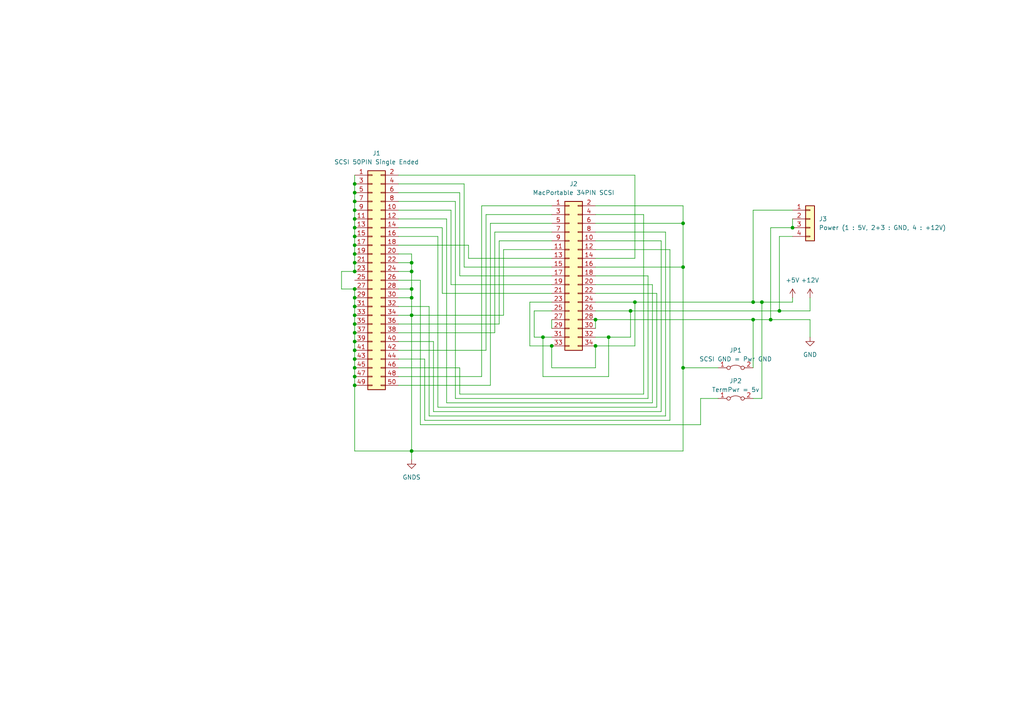
<source format=kicad_sch>
(kicad_sch (version 20230121) (generator eeschema)
  (paper "A4")
  (lib_symbols
    (symbol "Connector_Generic:Conn_01x04" (pin_names (offset 1.016) hide)
      (property "Reference" "J" (at 0 5.08 0))
      (property "Value" "Conn_01x04" (at 0 -7.62 0))
      (symbol "Conn_01x04_1_1"
        (rectangle (start -1.27 -4.953) (end 0 -5.207) (stroke (width 0.1524)))
        (rectangle (start -1.27 -2.413) (end 0 -2.667) (stroke (width 0.1524)))
        (rectangle (start -1.27 0.127) (end 0 -0.127) (stroke (width 0.1524)))
        (rectangle (start -1.27 2.667) (end 0 2.413) (stroke (width 0.1524)))
        (rectangle (start -1.27 3.81) (end 1.27 -6.35) (stroke (width 0.254)) (fill (type background)))
        (pin passive line (at -5.08 2.54 0) (length 3.81) (name "Pin_1") (number "1"))
        (pin passive line (at -5.08 0 0) (length 3.81) (name "Pin_2") (number "2"))
        (pin passive line (at -5.08 -2.54 0) (length 3.81) (name "Pin_3") (number "3"))
        (pin passive line (at -5.08 -5.08 0) (length 3.81) (name "Pin_4") (number "4"))
      )
    )
    (symbol "Connector_Generic:Conn_02x17_Odd_Even" (pin_names (offset 1.016) hide)
      (property "Reference" "J" (at 1.27 22.86 0))
      (property "Value" "Conn_02x17_Odd_Even" (at 1.27 -22.86 0))
      (symbol "Conn_02x17_Odd_Even_1_1"
        (rectangle (start -1.27 -20.193) (end 0 -20.447) (stroke (width 0.1524)))
        (rectangle (start -1.27 -17.653) (end 0 -17.907) (stroke (width 0.1524)))
        (rectangle (start -1.27 -15.113) (end 0 -15.367) (stroke (width 0.1524)))
        (rectangle (start -1.27 -12.573) (end 0 -12.827) (stroke (width 0.1524)))
        (rectangle (start -1.27 -10.033) (end 0 -10.287) (stroke (width 0.1524)))
        (rectangle (start -1.27 -7.493) (end 0 -7.747) (stroke (width 0.1524)))
        (rectangle (start -1.27 -4.953) (end 0 -5.207) (stroke (width 0.1524)))
        (rectangle (start -1.27 -2.413) (end 0 -2.667) (stroke (width 0.1524)))
        (rectangle (start -1.27 0.127) (end 0 -0.127) (stroke (width 0.1524)))
        (rectangle (start -1.27 2.667) (end 0 2.413) (stroke (width 0.1524)))
        (rectangle (start -1.27 5.207) (end 0 4.953) (stroke (width 0.1524)))
        (rectangle (start -1.27 7.747) (end 0 7.493) (stroke (width 0.1524)))
        (rectangle (start -1.27 10.287) (end 0 10.033) (stroke (width 0.1524)))
        (rectangle (start -1.27 12.827) (end 0 12.573) (stroke (width 0.1524)))
        (rectangle (start -1.27 15.367) (end 0 15.113) (stroke (width 0.1524)))
        (rectangle (start -1.27 17.907) (end 0 17.653) (stroke (width 0.1524)))
        (rectangle (start -1.27 20.447) (end 0 20.193) (stroke (width 0.1524)))
        (rectangle (start -1.27 21.59) (end 3.81 -21.59) (stroke (width 0.254)) (fill (type background)))
        (rectangle (start 3.81 -20.193) (end 2.54 -20.447) (stroke (width 0.1524)))
        (rectangle (start 3.81 -17.653) (end 2.54 -17.907) (stroke (width 0.1524)))
        (rectangle (start 3.81 -15.113) (end 2.54 -15.367) (stroke (width 0.1524)))
        (rectangle (start 3.81 -12.573) (end 2.54 -12.827) (stroke (width 0.1524)))
        (rectangle (start 3.81 -10.033) (end 2.54 -10.287) (stroke (width 0.1524)))
        (rectangle (start 3.81 -7.493) (end 2.54 -7.747) (stroke (width 0.1524)))
        (rectangle (start 3.81 -4.953) (end 2.54 -5.207) (stroke (width 0.1524)))
        (rectangle (start 3.81 -2.413) (end 2.54 -2.667) (stroke (width 0.1524)))
        (rectangle (start 3.81 0.127) (end 2.54 -0.127) (stroke (width 0.1524)))
        (rectangle (start 3.81 2.667) (end 2.54 2.413) (stroke (width 0.1524)))
        (rectangle (start 3.81 5.207) (end 2.54 4.953) (stroke (width 0.1524)))
        (rectangle (start 3.81 7.747) (end 2.54 7.493) (stroke (width 0.1524)))
        (rectangle (start 3.81 10.287) (end 2.54 10.033) (stroke (width 0.1524)))
        (rectangle (start 3.81 12.827) (end 2.54 12.573) (stroke (width 0.1524)))
        (rectangle (start 3.81 15.367) (end 2.54 15.113) (stroke (width 0.1524)))
        (rectangle (start 3.81 17.907) (end 2.54 17.653) (stroke (width 0.1524)))
        (rectangle (start 3.81 20.447) (end 2.54 20.193) (stroke (width 0.1524)))
        (pin passive line (at -5.08 20.32 0) (length 3.81) (name "Pin_1") (number "1"))
        (pin passive line (at 7.62 10.16 180) (length 3.81) (name "Pin_10") (number "10"))
        (pin passive line (at -5.08 7.62 0) (length 3.81) (name "Pin_11") (number "11"))
        (pin passive line (at 7.62 7.62 180) (length 3.81) (name "Pin_12") (number "12"))
        (pin passive line (at -5.08 5.08 0) (length 3.81) (name "Pin_13") (number "13"))
        (pin passive line (at 7.62 5.08 180) (length 3.81) (name "Pin_14") (number "14"))
        (pin passive line (at -5.08 2.54 0) (length 3.81) (name "Pin_15") (number "15"))
        (pin passive line (at 7.62 2.54 180) (length 3.81) (name "Pin_16") (number "16"))
        (pin passive line (at -5.08 0 0) (length 3.81) (name "Pin_17") (number "17"))
        (pin passive line (at 7.62 0 180) (length 3.81) (name "Pin_18") (number "18"))
        (pin passive line (at -5.08 -2.54 0) (length 3.81) (name "Pin_19") (number "19"))
        (pin passive line (at 7.62 20.32 180) (length 3.81) (name "Pin_2") (number "2"))
        (pin passive line (at 7.62 -2.54 180) (length 3.81) (name "Pin_20") (number "20"))
        (pin passive line (at -5.08 -5.08 0) (length 3.81) (name "Pin_21") (number "21"))
        (pin passive line (at 7.62 -5.08 180) (length 3.81) (name "Pin_22") (number "22"))
        (pin passive line (at -5.08 -7.62 0) (length 3.81) (name "Pin_23") (number "23"))
        (pin passive line (at 7.62 -7.62 180) (length 3.81) (name "Pin_24") (number "24"))
        (pin passive line (at -5.08 -10.16 0) (length 3.81) (name "Pin_25") (number "25"))
        (pin passive line (at 7.62 -10.16 180) (length 3.81) (name "Pin_26") (number "26"))
        (pin passive line (at -5.08 -12.7 0) (length 3.81) (name "Pin_27") (number "27"))
        (pin passive line (at 7.62 -12.7 180) (length 3.81) (name "Pin_28") (number "28"))
        (pin passive line (at -5.08 -15.24 0) (length 3.81) (name "Pin_29") (number "29"))
        (pin passive line (at -5.08 17.78 0) (length 3.81) (name "Pin_3") (number "3"))
        (pin passive line (at 7.62 -15.24 180) (length 3.81) (name "Pin_30") (number "30"))
        (pin passive line (at -5.08 -17.78 0) (length 3.81) (name "Pin_31") (number "31"))
        (pin passive line (at 7.62 -17.78 180) (length 3.81) (name "Pin_32") (number "32"))
        (pin passive line (at -5.08 -20.32 0) (length 3.81) (name "Pin_33") (number "33"))
        (pin passive line (at 7.62 -20.32 180) (length 3.81) (name "Pin_34") (number "34"))
        (pin passive line (at 7.62 17.78 180) (length 3.81) (name "Pin_4") (number "4"))
        (pin passive line (at -5.08 15.24 0) (length 3.81) (name "Pin_5") (number "5"))
        (pin passive line (at 7.62 15.24 180) (length 3.81) (name "Pin_6") (number "6"))
        (pin passive line (at -5.08 12.7 0) (length 3.81) (name "Pin_7") (number "7"))
        (pin passive line (at 7.62 12.7 180) (length 3.81) (name "Pin_8") (number "8"))
        (pin passive line (at -5.08 10.16 0) (length 3.81) (name "Pin_9") (number "9"))
      )
    )
    (symbol "Connector_Generic:Conn_02x25_Odd_Even" (pin_names (offset 1.016) hide)
      (property "Reference" "J" (at 1.27 33.02 0))
      (property "Value" "Conn_02x25_Odd_Even" (at 1.27 -33.02 0))
      (symbol "Conn_02x25_Odd_Even_1_1"
        (rectangle (start -1.27 -30.353) (end 0 -30.607) (stroke (width 0.1524)))
        (rectangle (start -1.27 -27.813) (end 0 -28.067) (stroke (width 0.1524)))
        (rectangle (start -1.27 -25.273) (end 0 -25.527) (stroke (width 0.1524)))
        (rectangle (start -1.27 -22.733) (end 0 -22.987) (stroke (width 0.1524)))
        (rectangle (start -1.27 -20.193) (end 0 -20.447) (stroke (width 0.1524)))
        (rectangle (start -1.27 -17.653) (end 0 -17.907) (stroke (width 0.1524)))
        (rectangle (start -1.27 -15.113) (end 0 -15.367) (stroke (width 0.1524)))
        (rectangle (start -1.27 -12.573) (end 0 -12.827) (stroke (width 0.1524)))
        (rectangle (start -1.27 -10.033) (end 0 -10.287) (stroke (width 0.1524)))
        (rectangle (start -1.27 -7.493) (end 0 -7.747) (stroke (width 0.1524)))
        (rectangle (start -1.27 -4.953) (end 0 -5.207) (stroke (width 0.1524)))
        (rectangle (start -1.27 -2.413) (end 0 -2.667) (stroke (width 0.1524)))
        (rectangle (start -1.27 0.127) (end 0 -0.127) (stroke (width 0.1524)))
        (rectangle (start -1.27 2.667) (end 0 2.413) (stroke (width 0.1524)))
        (rectangle (start -1.27 5.207) (end 0 4.953) (stroke (width 0.1524)))
        (rectangle (start -1.27 7.747) (end 0 7.493) (stroke (width 0.1524)))
        (rectangle (start -1.27 10.287) (end 0 10.033) (stroke (width 0.1524)))
        (rectangle (start -1.27 12.827) (end 0 12.573) (stroke (width 0.1524)))
        (rectangle (start -1.27 15.367) (end 0 15.113) (stroke (width 0.1524)))
        (rectangle (start -1.27 17.907) (end 0 17.653) (stroke (width 0.1524)))
        (rectangle (start -1.27 20.447) (end 0 20.193) (stroke (width 0.1524)))
        (rectangle (start -1.27 22.987) (end 0 22.733) (stroke (width 0.1524)))
        (rectangle (start -1.27 25.527) (end 0 25.273) (stroke (width 0.1524)))
        (rectangle (start -1.27 28.067) (end 0 27.813) (stroke (width 0.1524)))
        (rectangle (start -1.27 30.607) (end 0 30.353) (stroke (width 0.1524)))
        (rectangle (start -1.27 31.75) (end 3.81 -31.75) (stroke (width 0.254)) (fill (type background)))
        (rectangle (start 3.81 -30.353) (end 2.54 -30.607) (stroke (width 0.1524)))
        (rectangle (start 3.81 -27.813) (end 2.54 -28.067) (stroke (width 0.1524)))
        (rectangle (start 3.81 -25.273) (end 2.54 -25.527) (stroke (width 0.1524)))
        (rectangle (start 3.81 -22.733) (end 2.54 -22.987) (stroke (width 0.1524)))
        (rectangle (start 3.81 -20.193) (end 2.54 -20.447) (stroke (width 0.1524)))
        (rectangle (start 3.81 -17.653) (end 2.54 -17.907) (stroke (width 0.1524)))
        (rectangle (start 3.81 -15.113) (end 2.54 -15.367) (stroke (width 0.1524)))
        (rectangle (start 3.81 -12.573) (end 2.54 -12.827) (stroke (width 0.1524)))
        (rectangle (start 3.81 -10.033) (end 2.54 -10.287) (stroke (width 0.1524)))
        (rectangle (start 3.81 -7.493) (end 2.54 -7.747) (stroke (width 0.1524)))
        (rectangle (start 3.81 -4.953) (end 2.54 -5.207) (stroke (width 0.1524)))
        (rectangle (start 3.81 -2.413) (end 2.54 -2.667) (stroke (width 0.1524)))
        (rectangle (start 3.81 0.127) (end 2.54 -0.127) (stroke (width 0.1524)))
        (rectangle (start 3.81 2.667) (end 2.54 2.413) (stroke (width 0.1524)))
        (rectangle (start 3.81 5.207) (end 2.54 4.953) (stroke (width 0.1524)))
        (rectangle (start 3.81 7.747) (end 2.54 7.493) (stroke (width 0.1524)))
        (rectangle (start 3.81 10.287) (end 2.54 10.033) (stroke (width 0.1524)))
        (rectangle (start 3.81 12.827) (end 2.54 12.573) (stroke (width 0.1524)))
        (rectangle (start 3.81 15.367) (end 2.54 15.113) (stroke (width 0.1524)))
        (rectangle (start 3.81 17.907) (end 2.54 17.653) (stroke (width 0.1524)))
        (rectangle (start 3.81 20.447) (end 2.54 20.193) (stroke (width 0.1524)))
        (rectangle (start 3.81 22.987) (end 2.54 22.733) (stroke (width 0.1524)))
        (rectangle (start 3.81 25.527) (end 2.54 25.273) (stroke (width 0.1524)))
        (rectangle (start 3.81 28.067) (end 2.54 27.813) (stroke (width 0.1524)))
        (rectangle (start 3.81 30.607) (end 2.54 30.353) (stroke (width 0.1524)))
        (pin passive line (at -5.08 30.48 0) (length 3.81) (name "Pin_1") (number "1"))
        (pin passive line (at 7.62 20.32 180) (length 3.81) (name "Pin_10") (number "10"))
        (pin passive line (at -5.08 17.78 0) (length 3.81) (name "Pin_11") (number "11"))
        (pin passive line (at 7.62 17.78 180) (length 3.81) (name "Pin_12") (number "12"))
        (pin passive line (at -5.08 15.24 0) (length 3.81) (name "Pin_13") (number "13"))
        (pin passive line (at 7.62 15.24 180) (length 3.81) (name "Pin_14") (number "14"))
        (pin passive line (at -5.08 12.7 0) (length 3.81) (name "Pin_15") (number "15"))
        (pin passive line (at 7.62 12.7 180) (length 3.81) (name "Pin_16") (number "16"))
        (pin passive line (at -5.08 10.16 0) (length 3.81) (name "Pin_17") (number "17"))
        (pin passive line (at 7.62 10.16 180) (length 3.81) (name "Pin_18") (number "18"))
        (pin passive line (at -5.08 7.62 0) (length 3.81) (name "Pin_19") (number "19"))
        (pin passive line (at 7.62 30.48 180) (length 3.81) (name "Pin_2") (number "2"))
        (pin passive line (at 7.62 7.62 180) (length 3.81) (name "Pin_20") (number "20"))
        (pin passive line (at -5.08 5.08 0) (length 3.81) (name "Pin_21") (number "21"))
        (pin passive line (at 7.62 5.08 180) (length 3.81) (name "Pin_22") (number "22"))
        (pin passive line (at -5.08 2.54 0) (length 3.81) (name "Pin_23") (number "23"))
        (pin passive line (at 7.62 2.54 180) (length 3.81) (name "Pin_24") (number "24"))
        (pin passive line (at -5.08 0 0) (length 3.81) (name "Pin_25") (number "25"))
        (pin passive line (at 7.62 0 180) (length 3.81) (name "Pin_26") (number "26"))
        (pin passive line (at -5.08 -2.54 0) (length 3.81) (name "Pin_27") (number "27"))
        (pin passive line (at 7.62 -2.54 180) (length 3.81) (name "Pin_28") (number "28"))
        (pin passive line (at -5.08 -5.08 0) (length 3.81) (name "Pin_29") (number "29"))
        (pin passive line (at -5.08 27.94 0) (length 3.81) (name "Pin_3") (number "3"))
        (pin passive line (at 7.62 -5.08 180) (length 3.81) (name "Pin_30") (number "30"))
        (pin passive line (at -5.08 -7.62 0) (length 3.81) (name "Pin_31") (number "31"))
        (pin passive line (at 7.62 -7.62 180) (length 3.81) (name "Pin_32") (number "32"))
        (pin passive line (at -5.08 -10.16 0) (length 3.81) (name "Pin_33") (number "33"))
        (pin passive line (at 7.62 -10.16 180) (length 3.81) (name "Pin_34") (number "34"))
        (pin passive line (at -5.08 -12.7 0) (length 3.81) (name "Pin_35") (number "35"))
        (pin passive line (at 7.62 -12.7 180) (length 3.81) (name "Pin_36") (number "36"))
        (pin passive line (at -5.08 -15.24 0) (length 3.81) (name "Pin_37") (number "37"))
        (pin passive line (at 7.62 -15.24 180) (length 3.81) (name "Pin_38") (number "38"))
        (pin passive line (at -5.08 -17.78 0) (length 3.81) (name "Pin_39") (number "39"))
        (pin passive line (at 7.62 27.94 180) (length 3.81) (name "Pin_4") (number "4"))
        (pin passive line (at 7.62 -17.78 180) (length 3.81) (name "Pin_40") (number "40"))
        (pin passive line (at -5.08 -20.32 0) (length 3.81) (name "Pin_41") (number "41"))
        (pin passive line (at 7.62 -20.32 180) (length 3.81) (name "Pin_42") (number "42"))
        (pin passive line (at -5.08 -22.86 0) (length 3.81) (name "Pin_43") (number "43"))
        (pin passive line (at 7.62 -22.86 180) (length 3.81) (name "Pin_44") (number "44"))
        (pin passive line (at -5.08 -25.4 0) (length 3.81) (name "Pin_45") (number "45"))
        (pin passive line (at 7.62 -25.4 180) (length 3.81) (name "Pin_46") (number "46"))
        (pin passive line (at -5.08 -27.94 0) (length 3.81) (name "Pin_47") (number "47"))
        (pin passive line (at 7.62 -27.94 180) (length 3.81) (name "Pin_48") (number "48"))
        (pin passive line (at -5.08 -30.48 0) (length 3.81) (name "Pin_49") (number "49"))
        (pin passive line (at -5.08 25.4 0) (length 3.81) (name "Pin_5") (number "5"))
        (pin passive line (at 7.62 -30.48 180) (length 3.81) (name "Pin_50") (number "50"))
        (pin passive line (at 7.62 25.4 180) (length 3.81) (name "Pin_6") (number "6"))
        (pin passive line (at -5.08 22.86 0) (length 3.81) (name "Pin_7") (number "7"))
        (pin passive line (at 7.62 22.86 180) (length 3.81) (name "Pin_8") (number "8"))
        (pin passive line (at -5.08 20.32 0) (length 3.81) (name "Pin_9") (number "9"))
      )
    )
    (symbol "Jumper:Jumper_2_Bridged" (pin_names (offset 0) hide)
      (property "Reference" "JP" (at 0 1.905 0))
      (property "Value" "Jumper_2_Bridged" (at 0 -2.54 0))
      (symbol "Jumper_2_Bridged_0_0"
        (circle (center -2.032 0) (radius 0.508))
        (circle (center 2.032 0) (radius 0.508))
      )
      (symbol "Jumper_2_Bridged_0_1"
        (arc (start 1.524 0.254) (mid 0 0.762) (end -1.524 0.254))
      )
      (symbol "Jumper_2_Bridged_1_1"
        (pin passive line (at -5.08 0 0) (length 2.54) (name "A") (number "1"))
        (pin passive line (at 5.08 0 180) (length 2.54) (name "B") (number "2"))
      )
    )
    (symbol "power:+12V" (power) (pin_names (offset 0))
      (property "Value" "+12V" (at 0 3.556 0))
      (symbol "+12V_0_1"
        (polyline (pts (xy -0.762 1.27) (xy 0 2.54)))
        (polyline (pts (xy 0 0) (xy 0 2.54)))
        (polyline (pts (xy 0 2.54) (xy 0.762 1.27)))
      )
      (symbol "+12V_1_1"
        (pin power_in line (at 0 0 90) (length 0) hide (name "+12V") (number "1"))
      )
    )
    (symbol "power:+5V" (power) (pin_names (offset 0))
      (property "Value" "+5V" (at 0 3.556 0))
      (symbol "+5V_0_1"
        (polyline (pts (xy -0.762 1.27) (xy 0 2.54)))
        (polyline (pts (xy 0 0) (xy 0 2.54)))
        (polyline (pts (xy 0 2.54) (xy 0.762 1.27)))
      )
      (symbol "+5V_1_1"
        (pin power_in line (at 0 0 90) (length 0) hide (name "+5V") (number "1"))
      )
    )
    (symbol "power:GND" (power) (pin_names (offset 0))
      (property "Value" "GND" (at 0 -3.81 0))
      (symbol "GND_0_1"
        (polyline (pts (xy 0 0) (xy 0 -1.27) (xy 1.27 -1.27) (xy 0 -2.54) (xy -1.27 -1.27) (xy 0 -1.27)))
      )
      (symbol "GND_1_1"
        (pin power_in line (at 0 0 270) (length 0) hide (name "GND") (number "1"))
      )
    )
    (symbol "power:GNDS" (power) (pin_names (offset 0))
      (property "Value" "GNDS" (at 0 -3.81 0))
      (symbol "GNDS_0_1"
        (polyline (pts (xy 0 0) (xy 0 -1.27) (xy 1.27 -1.27) (xy 0 -2.54) (xy -1.27 -1.27) (xy 0 -1.27)))
      )
      (symbol "GNDS_1_1"
        (pin power_in line (at 0 0 270) (length 0) hide (name "GNDS") (number "1"))
      )
    )
  )
  (junction (at 172.72 100.33))
  (junction (at 223.52 92.71))
  (junction (at 220.98 87.63))
  (junction (at 198.12 64.77))
  (junction (at 102.87 88.9))
  (junction (at 102.87 78.74))
  (junction (at 102.87 68.58))
  (junction (at 102.87 104.14))
  (junction (at 102.87 76.2))
  (junction (at 102.87 96.52))
  (junction (at 102.87 93.98))
  (junction (at 184.15 87.63))
  (junction (at 198.12 106.68))
  (junction (at 157.48 97.79))
  (junction (at 119.38 83.82))
  (junction (at 102.87 58.42))
  (junction (at 102.87 66.04))
  (junction (at 102.87 83.82))
  (junction (at 102.87 86.36))
  (junction (at 102.87 99.06))
  (junction (at 102.87 91.44))
  (junction (at 198.12 77.47))
  (junction (at 102.87 109.22))
  (junction (at 172.72 92.71))
  (junction (at 102.87 106.68))
  (junction (at 102.87 71.12))
  (junction (at 226.06 90.17))
  (junction (at 102.87 53.34))
  (junction (at 102.87 63.5))
  (junction (at 102.87 55.88))
  (junction (at 119.38 130.81))
  (junction (at 182.88 90.17))
  (junction (at 119.38 86.36))
  (junction (at 119.38 91.44))
  (junction (at 102.87 73.66))
  (junction (at 176.53 97.79))
  (junction (at 102.87 111.76))
  (junction (at 102.87 101.6))
  (junction (at 218.44 92.71))
  (junction (at 102.87 60.96))
  (junction (at 218.44 87.63))
  (junction (at 119.38 76.2))
  (junction (at 229.87 66.04))
  (junction (at 119.38 78.74))
  (junction (at 160.02 100.33))
  (wire (pts (xy 218.44 92.71) (xy 218.44 106.68)))
  (wire (pts (xy 125.73 119.38) (xy 191.77 119.38)))
  (wire (pts (xy 124.46 120.65) (xy 193.04 120.65)))
  (wire (pts (xy 218.44 87.63) (xy 220.98 87.63)))
  (wire (pts (xy 190.5 85.09) (xy 190.5 118.11)))
  (wire (pts (xy 102.87 83.82) (xy 102.87 86.36)))
  (wire (pts (xy 135.89 71.12) (xy 135.89 74.93)))
  (wire (pts (xy 223.52 66.04) (xy 223.52 92.71)))
  (wire (pts (xy 102.87 99.06) (xy 102.87 101.6)))
  (wire (pts (xy 123.19 121.92) (xy 123.19 104.14)))
  (wire (pts (xy 186.69 62.23) (xy 172.72 62.23)))
  (wire (pts (xy 191.77 119.38) (xy 191.77 69.85)))
  (wire (pts (xy 229.87 60.96) (xy 218.44 60.96)))
  (wire (pts (xy 198.12 64.77) (xy 198.12 77.47)))
  (wire (pts (xy 187.96 80.01) (xy 172.72 80.01)))
  (wire (pts (xy 144.78 69.85) (xy 160.02 69.85)))
  (wire (pts (xy 115.57 76.2) (xy 119.38 76.2)))
  (wire (pts (xy 102.87 53.34) (xy 102.87 55.88)))
  (wire (pts (xy 115.57 71.12) (xy 135.89 71.12)))
  (wire (pts (xy 115.57 68.58) (xy 127 68.58)))
  (wire (pts (xy 102.87 88.9) (xy 102.87 91.44)))
  (wire (pts (xy 125.73 99.06) (xy 125.73 119.38)))
  (wire (pts (xy 102.87 101.6) (xy 102.87 104.14)))
  (wire (pts (xy 102.87 63.5) (xy 102.87 66.04)))
  (wire (pts (xy 115.57 81.28) (xy 121.92 81.28)))
  (wire (pts (xy 140.97 101.6) (xy 140.97 62.23)))
  (wire (pts (xy 160.02 92.71) (xy 160.02 95.25)))
  (wire (pts (xy 119.38 78.74) (xy 119.38 83.82)))
  (wire (pts (xy 99.06 83.82) (xy 102.87 83.82)))
  (wire (pts (xy 229.87 86.36) (xy 229.87 87.63)))
  (wire (pts (xy 218.44 115.57) (xy 220.98 115.57)))
  (wire (pts (xy 184.15 100.33) (xy 172.72 100.33)))
  (wire (pts (xy 115.57 58.42) (xy 132.08 58.42)))
  (wire (pts (xy 127 68.58) (xy 127 118.11)))
  (wire (pts (xy 203.2 123.19) (xy 203.2 115.57)))
  (wire (pts (xy 198.12 106.68) (xy 208.28 106.68)))
  (wire (pts (xy 130.81 82.55) (xy 160.02 82.55)))
  (wire (pts (xy 139.7 109.22) (xy 139.7 59.69)))
  (wire (pts (xy 182.88 90.17) (xy 182.88 97.79)))
  (wire (pts (xy 119.38 91.44) (xy 119.38 130.81)))
  (wire (pts (xy 191.77 69.85) (xy 172.72 69.85)))
  (wire (pts (xy 128.27 85.09) (xy 160.02 85.09)))
  (wire (pts (xy 115.57 53.34) (xy 134.62 53.34)))
  (wire (pts (xy 218.44 60.96) (xy 218.44 87.63)))
  (wire (pts (xy 154.94 90.17) (xy 154.94 97.79)))
  (wire (pts (xy 102.87 109.22) (xy 102.87 111.76)))
  (wire (pts (xy 115.57 60.96) (xy 130.81 60.96)))
  (wire (pts (xy 129.54 116.84) (xy 189.23 116.84)))
  (wire (pts (xy 102.87 50.8) (xy 102.87 53.34)))
  (wire (pts (xy 115.57 91.44) (xy 119.38 91.44)))
  (wire (pts (xy 119.38 76.2) (xy 119.38 78.74)))
  (wire (pts (xy 203.2 115.57) (xy 208.28 115.57)))
  (wire (pts (xy 160.02 72.39) (xy 146.05 72.39)))
  (wire (pts (xy 132.08 58.42) (xy 132.08 115.57)))
  (wire (pts (xy 154.94 97.79) (xy 157.48 97.79)))
  (wire (pts (xy 160.02 87.63) (xy 153.67 87.63)))
  (wire (pts (xy 115.57 86.36) (xy 119.38 86.36)))
  (wire (pts (xy 102.87 76.2) (xy 102.87 78.74)))
  (wire (pts (xy 121.92 123.19) (xy 203.2 123.19)))
  (wire (pts (xy 184.15 74.93) (xy 172.72 74.93)))
  (wire (pts (xy 115.57 101.6) (xy 140.97 101.6)))
  (wire (pts (xy 102.87 91.44) (xy 102.87 93.98)))
  (wire (pts (xy 130.81 60.96) (xy 130.81 82.55)))
  (wire (pts (xy 234.95 92.71) (xy 234.95 97.79)))
  (wire (pts (xy 119.38 83.82) (xy 119.38 86.36)))
  (wire (pts (xy 198.12 77.47) (xy 172.72 77.47)))
  (wire (pts (xy 128.27 66.04) (xy 128.27 85.09)))
  (wire (pts (xy 129.54 63.5) (xy 129.54 116.84)))
  (wire (pts (xy 160.02 106.68) (xy 172.72 106.68)))
  (wire (pts (xy 132.08 115.57) (xy 187.96 115.57)))
  (wire (pts (xy 102.87 68.58) (xy 102.87 71.12)))
  (wire (pts (xy 172.72 64.77) (xy 198.12 64.77)))
  (wire (pts (xy 194.31 121.92) (xy 194.31 72.39)))
  (wire (pts (xy 102.87 106.68) (xy 102.87 109.22)))
  (wire (pts (xy 229.87 66.04) (xy 223.52 66.04)))
  (wire (pts (xy 220.98 115.57) (xy 220.98 87.63)))
  (wire (pts (xy 234.95 90.17) (xy 226.06 90.17)))
  (wire (pts (xy 146.05 72.39) (xy 146.05 91.44)))
  (wire (pts (xy 133.35 55.88) (xy 133.35 80.01)))
  (wire (pts (xy 127 118.11) (xy 190.5 118.11)))
  (wire (pts (xy 102.87 73.66) (xy 102.87 76.2)))
  (wire (pts (xy 133.35 80.01) (xy 160.02 80.01)))
  (wire (pts (xy 143.51 67.31) (xy 160.02 67.31)))
  (wire (pts (xy 218.44 92.71) (xy 223.52 92.71)))
  (wire (pts (xy 102.87 60.96) (xy 102.87 63.5)))
  (wire (pts (xy 115.57 88.9) (xy 124.46 88.9)))
  (wire (pts (xy 229.87 63.5) (xy 229.87 66.04)))
  (wire (pts (xy 102.87 71.12) (xy 102.87 73.66)))
  (wire (pts (xy 115.57 109.22) (xy 139.7 109.22)))
  (wire (pts (xy 176.53 97.79) (xy 172.72 97.79)))
  (wire (pts (xy 172.72 59.69) (xy 198.12 59.69)))
  (wire (pts (xy 198.12 59.69) (xy 198.12 64.77)))
  (wire (pts (xy 115.57 96.52) (xy 143.51 96.52)))
  (wire (pts (xy 102.87 78.74) (xy 99.06 78.74)))
  (wire (pts (xy 102.87 86.36) (xy 102.87 88.9)))
  (wire (pts (xy 115.57 63.5) (xy 129.54 63.5)))
  (wire (pts (xy 102.87 104.14) (xy 102.87 106.68)))
  (wire (pts (xy 193.04 120.65) (xy 193.04 67.31)))
  (wire (pts (xy 160.02 100.33) (xy 160.02 106.68)))
  (wire (pts (xy 115.57 93.98) (xy 144.78 93.98)))
  (wire (pts (xy 102.87 130.81) (xy 119.38 130.81)))
  (wire (pts (xy 187.96 115.57) (xy 187.96 80.01)))
  (wire (pts (xy 102.87 58.42) (xy 102.87 60.96)))
  (wire (pts (xy 119.38 130.81) (xy 119.38 133.35)))
  (wire (pts (xy 144.78 93.98) (xy 144.78 69.85)))
  (wire (pts (xy 189.23 116.84) (xy 189.23 82.55)))
  (wire (pts (xy 115.57 78.74) (xy 119.38 78.74)))
  (wire (pts (xy 142.24 111.76) (xy 142.24 64.77)))
  (wire (pts (xy 115.57 83.82) (xy 119.38 83.82)))
  (wire (pts (xy 172.72 90.17) (xy 182.88 90.17)))
  (wire (pts (xy 102.87 96.52) (xy 102.87 99.06)))
  (wire (pts (xy 172.72 87.63) (xy 184.15 87.63)))
  (wire (pts (xy 182.88 97.79) (xy 176.53 97.79)))
  (wire (pts (xy 102.87 66.04) (xy 102.87 68.58)))
  (wire (pts (xy 99.06 78.74) (xy 99.06 83.82)))
  (wire (pts (xy 102.87 55.88) (xy 102.87 58.42)))
  (wire (pts (xy 184.15 87.63) (xy 184.15 100.33)))
  (wire (pts (xy 234.95 86.36) (xy 234.95 90.17)))
  (wire (pts (xy 119.38 86.36) (xy 119.38 91.44)))
  (wire (pts (xy 226.06 68.58) (xy 226.06 90.17)))
  (wire (pts (xy 157.48 109.22) (xy 176.53 109.22)))
  (wire (pts (xy 153.67 100.33) (xy 160.02 100.33)))
  (wire (pts (xy 146.05 91.44) (xy 119.38 91.44)))
  (wire (pts (xy 226.06 90.17) (xy 182.88 90.17)))
  (wire (pts (xy 134.62 77.47) (xy 160.02 77.47)))
  (wire (pts (xy 198.12 106.68) (xy 198.12 130.81)))
  (wire (pts (xy 140.97 62.23) (xy 160.02 62.23)))
  (wire (pts (xy 172.72 92.71) (xy 172.72 95.25)))
  (wire (pts (xy 115.57 50.8) (xy 184.15 50.8)))
  (wire (pts (xy 133.35 106.68) (xy 115.57 106.68)))
  (wire (pts (xy 115.57 66.04) (xy 128.27 66.04)))
  (wire (pts (xy 229.87 68.58) (xy 226.06 68.58)))
  (wire (pts (xy 157.48 97.79) (xy 160.02 97.79)))
  (wire (pts (xy 133.35 114.3) (xy 186.69 114.3)))
  (wire (pts (xy 119.38 130.81) (xy 198.12 130.81)))
  (wire (pts (xy 189.23 82.55) (xy 172.72 82.55)))
  (wire (pts (xy 115.57 111.76) (xy 142.24 111.76)))
  (wire (pts (xy 184.15 50.8) (xy 184.15 74.93)))
  (wire (pts (xy 198.12 77.47) (xy 198.12 106.68)))
  (wire (pts (xy 123.19 104.14) (xy 115.57 104.14)))
  (wire (pts (xy 172.72 92.71) (xy 218.44 92.71)))
  (wire (pts (xy 184.15 87.63) (xy 218.44 87.63)))
  (wire (pts (xy 153.67 87.63) (xy 153.67 100.33)))
  (wire (pts (xy 160.02 90.17) (xy 154.94 90.17)))
  (wire (pts (xy 115.57 55.88) (xy 133.35 55.88)))
  (wire (pts (xy 124.46 88.9) (xy 124.46 120.65)))
  (wire (pts (xy 186.69 114.3) (xy 186.69 62.23)))
  (wire (pts (xy 121.92 81.28) (xy 121.92 123.19)))
  (wire (pts (xy 123.19 121.92) (xy 194.31 121.92)))
  (wire (pts (xy 102.87 93.98) (xy 102.87 96.52)))
  (wire (pts (xy 102.87 130.81) (xy 102.87 111.76)))
  (wire (pts (xy 134.62 53.34) (xy 134.62 77.47)))
  (wire (pts (xy 193.04 67.31) (xy 172.72 67.31)))
  (wire (pts (xy 142.24 64.77) (xy 160.02 64.77)))
  (wire (pts (xy 176.53 109.22) (xy 176.53 97.79)))
  (wire (pts (xy 135.89 74.93) (xy 160.02 74.93)))
  (wire (pts (xy 190.5 85.09) (xy 172.72 85.09)))
  (wire (pts (xy 223.52 92.71) (xy 234.95 92.71)))
  (wire (pts (xy 143.51 96.52) (xy 143.51 67.31)))
  (wire (pts (xy 139.7 59.69) (xy 160.02 59.69)))
  (wire (pts (xy 194.31 72.39) (xy 172.72 72.39)))
  (wire (pts (xy 172.72 106.68) (xy 172.72 100.33)))
  (wire (pts (xy 115.57 73.66) (xy 119.38 73.66)))
  (wire (pts (xy 220.98 87.63) (xy 229.87 87.63)))
  (wire (pts (xy 119.38 73.66) (xy 119.38 76.2)))
  (wire (pts (xy 133.35 114.3) (xy 133.35 106.68)))
  (wire (pts (xy 157.48 97.79) (xy 157.48 109.22)))
  (wire (pts (xy 115.57 99.06) (xy 125.73 99.06)))
  (symbol (lib_id "Connector_Generic:Conn_02x17_Odd_Even") (at 165.1 80.01 0) (unit 1)
    (property "Reference" "J2" (at 166.37 53.34 0))
    (property "Value" "MacPortable 34PIN SCSI" (at 166.37 55.88 0))
    (property "Footprint" "Connector_IDC:IDC-Header_2x17_P2.54mm_Vertical" (effects hide))
  )
  (symbol (lib_id "Jumper:Jumper_2_Bridged") (at 213.36 106.68 0) (unit 1)
    (property "Reference" "JP1" (at 213.36 101.6 0))
    (property "Value" "SCSI GND = Pwr GND" (at 213.36 104.14 0))
    (property "Footprint" "Connector_PinHeader_2.54mm:PinHeader_1x02_P2.54mm_Vertical" (effects hide))
  )
  (symbol (lib_id "Jumper:Jumper_2_Bridged") (at 213.36 115.57 0) (unit 1)
    (property "Reference" "JP2" (at 213.36 110.49 0))
    (property "Value" "TermPwr = 5v" (at 213.36 113.03 0))
    (property "Footprint" "Connector_PinHeader_2.54mm:PinHeader_1x02_P2.54mm_Vertical" (effects hide))
  )
  (symbol (lib_id "Connector_Generic:Conn_02x25_Odd_Even") (at 107.95 81.28 0) (unit 1)
    (property "Reference" "J1" (at 109.22 44.45 0))
    (property "Value" "SCSI 50PIN Single Ended" (at 109.22 46.99 0))
    (property "Footprint" "Connector_IDC:IDC-Header_2x25_P2.54mm_Vertical" (effects hide))
  )
  (symbol (lib_id "power:+5V") (at 229.87 86.36 0) (unit 1)
    (property "Reference" "#PWR02" (effects hide))
    (property "Value" "+5V" (at 229.87 81.28 0))
  )
  (symbol (lib_id "power:GNDS") (at 119.38 133.35 0) (unit 1)
    (property "Reference" "#PWR05" (effects hide))
    (property "Value" "GNDS" (at 119.38 138.43 0))
  )
  (symbol (lib_id "power:GND") (at 234.95 97.79 0) (unit 1)
    (property "Reference" "#PWR04" (effects hide))
    (property "Value" "GND" (at 234.95 102.87 0))
  )
  (symbol (lib_id "Connector_Generic:Conn_01x04") (at 234.95 63.5 0) (unit 1)
    (property "Reference" "J3" (at 237.49 63.5 0) (effects (justify left)))
    (property "Value" "Power (1 : 5V, 2+3 : GND, 4 : +12V)" (at 237.49 66.04 0) (effects (justify left)))
    (property "Footprint" "Connector_PinHeader_2.54mm:PinHeader_1x04_P2.54mm_Vertical" (effects hide))
  )
  (symbol (lib_id "power:+12V") (at 234.95 86.36 0) (unit 1)
    (property "Reference" "#PWR03" (effects hide))
    (property "Value" "+12V" (at 234.95 81.28 0))
  )
)
</source>
